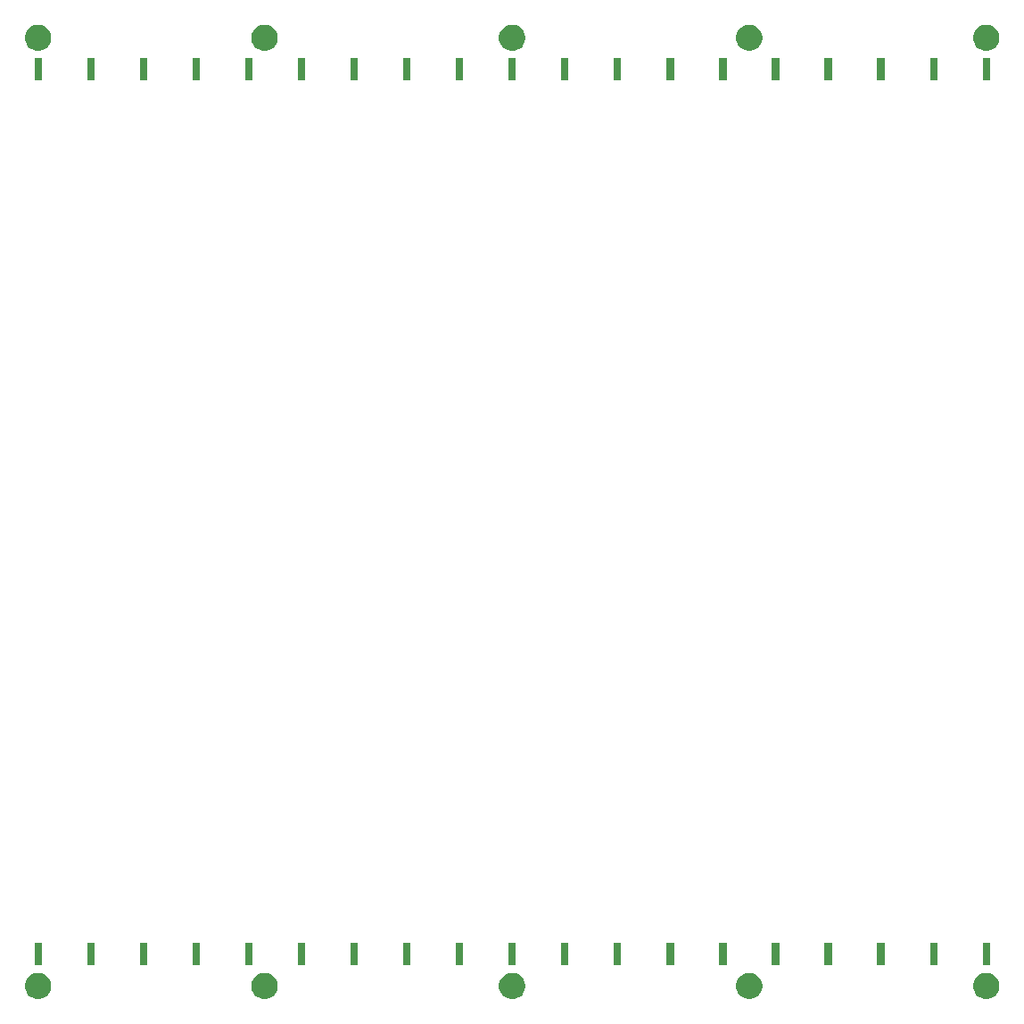
<source format=gbr>
G04 #@! TF.GenerationSoftware,KiCad,Pcbnew,5.1.5-1.fc30*
G04 #@! TF.CreationDate,2021-07-11T15:27:43+02:00*
G04 #@! TF.ProjectId,wire-haloscope,77697265-2d68-4616-9c6f-73636f70652e,rev?*
G04 #@! TF.SameCoordinates,Original*
G04 #@! TF.FileFunction,Soldermask,Top*
G04 #@! TF.FilePolarity,Negative*
%FSLAX46Y46*%
G04 Gerber Fmt 4.6, Leading zero omitted, Abs format (unit mm)*
G04 Created by KiCad (PCBNEW 5.1.5-1.fc30) date 2021-07-11 15:27:43*
%MOMM*%
%LPD*%
G04 APERTURE LIST*
%ADD10C,0.100000*%
G04 APERTURE END LIST*
D10*
G36*
X145364903Y-138797075D02*
G01*
X145592571Y-138891378D01*
X145797466Y-139028285D01*
X145971715Y-139202534D01*
X146108622Y-139407429D01*
X146202925Y-139635097D01*
X146251000Y-139876787D01*
X146251000Y-140123213D01*
X146202925Y-140364903D01*
X146108622Y-140592571D01*
X145971715Y-140797466D01*
X145797466Y-140971715D01*
X145592571Y-141108622D01*
X145592570Y-141108623D01*
X145592569Y-141108623D01*
X145364903Y-141202925D01*
X145123214Y-141251000D01*
X144876786Y-141251000D01*
X144635097Y-141202925D01*
X144407431Y-141108623D01*
X144407430Y-141108623D01*
X144407429Y-141108622D01*
X144202534Y-140971715D01*
X144028285Y-140797466D01*
X143891378Y-140592571D01*
X143797075Y-140364903D01*
X143749000Y-140123213D01*
X143749000Y-139876787D01*
X143797075Y-139635097D01*
X143891378Y-139407429D01*
X144028285Y-139202534D01*
X144202534Y-139028285D01*
X144407429Y-138891378D01*
X144635097Y-138797075D01*
X144876786Y-138749000D01*
X145123214Y-138749000D01*
X145364903Y-138797075D01*
G37*
G36*
X100364903Y-138797075D02*
G01*
X100592571Y-138891378D01*
X100797466Y-139028285D01*
X100971715Y-139202534D01*
X101108622Y-139407429D01*
X101202925Y-139635097D01*
X101251000Y-139876787D01*
X101251000Y-140123213D01*
X101202925Y-140364903D01*
X101108622Y-140592571D01*
X100971715Y-140797466D01*
X100797466Y-140971715D01*
X100592571Y-141108622D01*
X100592570Y-141108623D01*
X100592569Y-141108623D01*
X100364903Y-141202925D01*
X100123214Y-141251000D01*
X99876786Y-141251000D01*
X99635097Y-141202925D01*
X99407431Y-141108623D01*
X99407430Y-141108623D01*
X99407429Y-141108622D01*
X99202534Y-140971715D01*
X99028285Y-140797466D01*
X98891378Y-140592571D01*
X98797075Y-140364903D01*
X98749000Y-140123213D01*
X98749000Y-139876787D01*
X98797075Y-139635097D01*
X98891378Y-139407429D01*
X99028285Y-139202534D01*
X99202534Y-139028285D01*
X99407429Y-138891378D01*
X99635097Y-138797075D01*
X99876786Y-138749000D01*
X100123214Y-138749000D01*
X100364903Y-138797075D01*
G37*
G36*
X76864903Y-138797075D02*
G01*
X77092571Y-138891378D01*
X77297466Y-139028285D01*
X77471715Y-139202534D01*
X77608622Y-139407429D01*
X77702925Y-139635097D01*
X77751000Y-139876787D01*
X77751000Y-140123213D01*
X77702925Y-140364903D01*
X77608622Y-140592571D01*
X77471715Y-140797466D01*
X77297466Y-140971715D01*
X77092571Y-141108622D01*
X77092570Y-141108623D01*
X77092569Y-141108623D01*
X76864903Y-141202925D01*
X76623214Y-141251000D01*
X76376786Y-141251000D01*
X76135097Y-141202925D01*
X75907431Y-141108623D01*
X75907430Y-141108623D01*
X75907429Y-141108622D01*
X75702534Y-140971715D01*
X75528285Y-140797466D01*
X75391378Y-140592571D01*
X75297075Y-140364903D01*
X75249000Y-140123213D01*
X75249000Y-139876787D01*
X75297075Y-139635097D01*
X75391378Y-139407429D01*
X75528285Y-139202534D01*
X75702534Y-139028285D01*
X75907429Y-138891378D01*
X76135097Y-138797075D01*
X76376786Y-138749000D01*
X76623214Y-138749000D01*
X76864903Y-138797075D01*
G37*
G36*
X55364903Y-138797075D02*
G01*
X55592571Y-138891378D01*
X55797466Y-139028285D01*
X55971715Y-139202534D01*
X56108622Y-139407429D01*
X56202925Y-139635097D01*
X56251000Y-139876787D01*
X56251000Y-140123213D01*
X56202925Y-140364903D01*
X56108622Y-140592571D01*
X55971715Y-140797466D01*
X55797466Y-140971715D01*
X55592571Y-141108622D01*
X55592570Y-141108623D01*
X55592569Y-141108623D01*
X55364903Y-141202925D01*
X55123214Y-141251000D01*
X54876786Y-141251000D01*
X54635097Y-141202925D01*
X54407431Y-141108623D01*
X54407430Y-141108623D01*
X54407429Y-141108622D01*
X54202534Y-140971715D01*
X54028285Y-140797466D01*
X53891378Y-140592571D01*
X53797075Y-140364903D01*
X53749000Y-140123213D01*
X53749000Y-139876787D01*
X53797075Y-139635097D01*
X53891378Y-139407429D01*
X54028285Y-139202534D01*
X54202534Y-139028285D01*
X54407429Y-138891378D01*
X54635097Y-138797075D01*
X54876786Y-138749000D01*
X55123214Y-138749000D01*
X55364903Y-138797075D01*
G37*
G36*
X122864903Y-138797075D02*
G01*
X123092571Y-138891378D01*
X123297466Y-139028285D01*
X123471715Y-139202534D01*
X123608622Y-139407429D01*
X123702925Y-139635097D01*
X123751000Y-139876787D01*
X123751000Y-140123213D01*
X123702925Y-140364903D01*
X123608622Y-140592571D01*
X123471715Y-140797466D01*
X123297466Y-140971715D01*
X123092571Y-141108622D01*
X123092570Y-141108623D01*
X123092569Y-141108623D01*
X122864903Y-141202925D01*
X122623214Y-141251000D01*
X122376786Y-141251000D01*
X122135097Y-141202925D01*
X121907431Y-141108623D01*
X121907430Y-141108623D01*
X121907429Y-141108622D01*
X121702534Y-140971715D01*
X121528285Y-140797466D01*
X121391378Y-140592571D01*
X121297075Y-140364903D01*
X121249000Y-140123213D01*
X121249000Y-139876787D01*
X121297075Y-139635097D01*
X121391378Y-139407429D01*
X121528285Y-139202534D01*
X121702534Y-139028285D01*
X121907429Y-138891378D01*
X122135097Y-138797075D01*
X122376786Y-138749000D01*
X122623214Y-138749000D01*
X122864903Y-138797075D01*
G37*
G36*
X85351000Y-138051000D02*
G01*
X84649000Y-138051000D01*
X84649000Y-135949000D01*
X85351000Y-135949000D01*
X85351000Y-138051000D01*
G37*
G36*
X55351000Y-138051000D02*
G01*
X54649000Y-138051000D01*
X54649000Y-135949000D01*
X55351000Y-135949000D01*
X55351000Y-138051000D01*
G37*
G36*
X60351000Y-138051000D02*
G01*
X59649000Y-138051000D01*
X59649000Y-135949000D01*
X60351000Y-135949000D01*
X60351000Y-138051000D01*
G37*
G36*
X65351000Y-138051000D02*
G01*
X64649000Y-138051000D01*
X64649000Y-135949000D01*
X65351000Y-135949000D01*
X65351000Y-138051000D01*
G37*
G36*
X70351000Y-138051000D02*
G01*
X69649000Y-138051000D01*
X69649000Y-135949000D01*
X70351000Y-135949000D01*
X70351000Y-138051000D01*
G37*
G36*
X75351000Y-138051000D02*
G01*
X74649000Y-138051000D01*
X74649000Y-135949000D01*
X75351000Y-135949000D01*
X75351000Y-138051000D01*
G37*
G36*
X80351000Y-138051000D02*
G01*
X79649000Y-138051000D01*
X79649000Y-135949000D01*
X80351000Y-135949000D01*
X80351000Y-138051000D01*
G37*
G36*
X90351000Y-138051000D02*
G01*
X89649000Y-138051000D01*
X89649000Y-135949000D01*
X90351000Y-135949000D01*
X90351000Y-138051000D01*
G37*
G36*
X95351000Y-138051000D02*
G01*
X94649000Y-138051000D01*
X94649000Y-135949000D01*
X95351000Y-135949000D01*
X95351000Y-138051000D01*
G37*
G36*
X105351000Y-138051000D02*
G01*
X104649000Y-138051000D01*
X104649000Y-135949000D01*
X105351000Y-135949000D01*
X105351000Y-138051000D01*
G37*
G36*
X145351000Y-138051000D02*
G01*
X144649000Y-138051000D01*
X144649000Y-135949000D01*
X145351000Y-135949000D01*
X145351000Y-138051000D01*
G37*
G36*
X130351000Y-138051000D02*
G01*
X129649000Y-138051000D01*
X129649000Y-135949000D01*
X130351000Y-135949000D01*
X130351000Y-138051000D01*
G37*
G36*
X140351000Y-138051000D02*
G01*
X139649000Y-138051000D01*
X139649000Y-135949000D01*
X140351000Y-135949000D01*
X140351000Y-138051000D01*
G37*
G36*
X135351000Y-138051000D02*
G01*
X134649000Y-138051000D01*
X134649000Y-135949000D01*
X135351000Y-135949000D01*
X135351000Y-138051000D01*
G37*
G36*
X125351000Y-138051000D02*
G01*
X124649000Y-138051000D01*
X124649000Y-135949000D01*
X125351000Y-135949000D01*
X125351000Y-138051000D01*
G37*
G36*
X120351000Y-138051000D02*
G01*
X119649000Y-138051000D01*
X119649000Y-135949000D01*
X120351000Y-135949000D01*
X120351000Y-138051000D01*
G37*
G36*
X115351000Y-138051000D02*
G01*
X114649000Y-138051000D01*
X114649000Y-135949000D01*
X115351000Y-135949000D01*
X115351000Y-138051000D01*
G37*
G36*
X110351000Y-138051000D02*
G01*
X109649000Y-138051000D01*
X109649000Y-135949000D01*
X110351000Y-135949000D01*
X110351000Y-138051000D01*
G37*
G36*
X100351000Y-138051000D02*
G01*
X99649000Y-138051000D01*
X99649000Y-135949000D01*
X100351000Y-135949000D01*
X100351000Y-138051000D01*
G37*
G36*
X80351000Y-54051000D02*
G01*
X79649000Y-54051000D01*
X79649000Y-51949000D01*
X80351000Y-51949000D01*
X80351000Y-54051000D01*
G37*
G36*
X145351000Y-54051000D02*
G01*
X144649000Y-54051000D01*
X144649000Y-51949000D01*
X145351000Y-51949000D01*
X145351000Y-54051000D01*
G37*
G36*
X135351000Y-54051000D02*
G01*
X134649000Y-54051000D01*
X134649000Y-51949000D01*
X135351000Y-51949000D01*
X135351000Y-54051000D01*
G37*
G36*
X140351000Y-54051000D02*
G01*
X139649000Y-54051000D01*
X139649000Y-51949000D01*
X140351000Y-51949000D01*
X140351000Y-54051000D01*
G37*
G36*
X55351000Y-54051000D02*
G01*
X54649000Y-54051000D01*
X54649000Y-51949000D01*
X55351000Y-51949000D01*
X55351000Y-54051000D01*
G37*
G36*
X60351000Y-54051000D02*
G01*
X59649000Y-54051000D01*
X59649000Y-51949000D01*
X60351000Y-51949000D01*
X60351000Y-54051000D01*
G37*
G36*
X65351000Y-54051000D02*
G01*
X64649000Y-54051000D01*
X64649000Y-51949000D01*
X65351000Y-51949000D01*
X65351000Y-54051000D01*
G37*
G36*
X70351000Y-54051000D02*
G01*
X69649000Y-54051000D01*
X69649000Y-51949000D01*
X70351000Y-51949000D01*
X70351000Y-54051000D01*
G37*
G36*
X75351000Y-54051000D02*
G01*
X74649000Y-54051000D01*
X74649000Y-51949000D01*
X75351000Y-51949000D01*
X75351000Y-54051000D01*
G37*
G36*
X120351000Y-54051000D02*
G01*
X119649000Y-54051000D01*
X119649000Y-51949000D01*
X120351000Y-51949000D01*
X120351000Y-54051000D01*
G37*
G36*
X85351000Y-54051000D02*
G01*
X84649000Y-54051000D01*
X84649000Y-51949000D01*
X85351000Y-51949000D01*
X85351000Y-54051000D01*
G37*
G36*
X90351000Y-54051000D02*
G01*
X89649000Y-54051000D01*
X89649000Y-51949000D01*
X90351000Y-51949000D01*
X90351000Y-54051000D01*
G37*
G36*
X95351000Y-54051000D02*
G01*
X94649000Y-54051000D01*
X94649000Y-51949000D01*
X95351000Y-51949000D01*
X95351000Y-54051000D01*
G37*
G36*
X100351000Y-54051000D02*
G01*
X99649000Y-54051000D01*
X99649000Y-51949000D01*
X100351000Y-51949000D01*
X100351000Y-54051000D01*
G37*
G36*
X105351000Y-54051000D02*
G01*
X104649000Y-54051000D01*
X104649000Y-51949000D01*
X105351000Y-51949000D01*
X105351000Y-54051000D01*
G37*
G36*
X110351000Y-54051000D02*
G01*
X109649000Y-54051000D01*
X109649000Y-51949000D01*
X110351000Y-51949000D01*
X110351000Y-54051000D01*
G37*
G36*
X115351000Y-54051000D02*
G01*
X114649000Y-54051000D01*
X114649000Y-51949000D01*
X115351000Y-51949000D01*
X115351000Y-54051000D01*
G37*
G36*
X125351000Y-54051000D02*
G01*
X124649000Y-54051000D01*
X124649000Y-51949000D01*
X125351000Y-51949000D01*
X125351000Y-54051000D01*
G37*
G36*
X130351000Y-54051000D02*
G01*
X129649000Y-54051000D01*
X129649000Y-51949000D01*
X130351000Y-51949000D01*
X130351000Y-54051000D01*
G37*
G36*
X55364903Y-48797075D02*
G01*
X55592571Y-48891378D01*
X55797466Y-49028285D01*
X55971715Y-49202534D01*
X56108622Y-49407429D01*
X56202925Y-49635097D01*
X56251000Y-49876787D01*
X56251000Y-50123213D01*
X56202925Y-50364903D01*
X56108622Y-50592571D01*
X55971715Y-50797466D01*
X55797466Y-50971715D01*
X55592571Y-51108622D01*
X55592570Y-51108623D01*
X55592569Y-51108623D01*
X55364903Y-51202925D01*
X55123214Y-51251000D01*
X54876786Y-51251000D01*
X54635097Y-51202925D01*
X54407431Y-51108623D01*
X54407430Y-51108623D01*
X54407429Y-51108622D01*
X54202534Y-50971715D01*
X54028285Y-50797466D01*
X53891378Y-50592571D01*
X53797075Y-50364903D01*
X53749000Y-50123213D01*
X53749000Y-49876787D01*
X53797075Y-49635097D01*
X53891378Y-49407429D01*
X54028285Y-49202534D01*
X54202534Y-49028285D01*
X54407429Y-48891378D01*
X54635097Y-48797075D01*
X54876786Y-48749000D01*
X55123214Y-48749000D01*
X55364903Y-48797075D01*
G37*
G36*
X76864903Y-48797075D02*
G01*
X77092571Y-48891378D01*
X77297466Y-49028285D01*
X77471715Y-49202534D01*
X77608622Y-49407429D01*
X77702925Y-49635097D01*
X77751000Y-49876787D01*
X77751000Y-50123213D01*
X77702925Y-50364903D01*
X77608622Y-50592571D01*
X77471715Y-50797466D01*
X77297466Y-50971715D01*
X77092571Y-51108622D01*
X77092570Y-51108623D01*
X77092569Y-51108623D01*
X76864903Y-51202925D01*
X76623214Y-51251000D01*
X76376786Y-51251000D01*
X76135097Y-51202925D01*
X75907431Y-51108623D01*
X75907430Y-51108623D01*
X75907429Y-51108622D01*
X75702534Y-50971715D01*
X75528285Y-50797466D01*
X75391378Y-50592571D01*
X75297075Y-50364903D01*
X75249000Y-50123213D01*
X75249000Y-49876787D01*
X75297075Y-49635097D01*
X75391378Y-49407429D01*
X75528285Y-49202534D01*
X75702534Y-49028285D01*
X75907429Y-48891378D01*
X76135097Y-48797075D01*
X76376786Y-48749000D01*
X76623214Y-48749000D01*
X76864903Y-48797075D01*
G37*
G36*
X100364903Y-48797075D02*
G01*
X100592571Y-48891378D01*
X100797466Y-49028285D01*
X100971715Y-49202534D01*
X101108622Y-49407429D01*
X101202925Y-49635097D01*
X101251000Y-49876787D01*
X101251000Y-50123213D01*
X101202925Y-50364903D01*
X101108622Y-50592571D01*
X100971715Y-50797466D01*
X100797466Y-50971715D01*
X100592571Y-51108622D01*
X100592570Y-51108623D01*
X100592569Y-51108623D01*
X100364903Y-51202925D01*
X100123214Y-51251000D01*
X99876786Y-51251000D01*
X99635097Y-51202925D01*
X99407431Y-51108623D01*
X99407430Y-51108623D01*
X99407429Y-51108622D01*
X99202534Y-50971715D01*
X99028285Y-50797466D01*
X98891378Y-50592571D01*
X98797075Y-50364903D01*
X98749000Y-50123213D01*
X98749000Y-49876787D01*
X98797075Y-49635097D01*
X98891378Y-49407429D01*
X99028285Y-49202534D01*
X99202534Y-49028285D01*
X99407429Y-48891378D01*
X99635097Y-48797075D01*
X99876786Y-48749000D01*
X100123214Y-48749000D01*
X100364903Y-48797075D01*
G37*
G36*
X122864903Y-48797075D02*
G01*
X123092571Y-48891378D01*
X123297466Y-49028285D01*
X123471715Y-49202534D01*
X123608622Y-49407429D01*
X123702925Y-49635097D01*
X123751000Y-49876787D01*
X123751000Y-50123213D01*
X123702925Y-50364903D01*
X123608622Y-50592571D01*
X123471715Y-50797466D01*
X123297466Y-50971715D01*
X123092571Y-51108622D01*
X123092570Y-51108623D01*
X123092569Y-51108623D01*
X122864903Y-51202925D01*
X122623214Y-51251000D01*
X122376786Y-51251000D01*
X122135097Y-51202925D01*
X121907431Y-51108623D01*
X121907430Y-51108623D01*
X121907429Y-51108622D01*
X121702534Y-50971715D01*
X121528285Y-50797466D01*
X121391378Y-50592571D01*
X121297075Y-50364903D01*
X121249000Y-50123213D01*
X121249000Y-49876787D01*
X121297075Y-49635097D01*
X121391378Y-49407429D01*
X121528285Y-49202534D01*
X121702534Y-49028285D01*
X121907429Y-48891378D01*
X122135097Y-48797075D01*
X122376786Y-48749000D01*
X122623214Y-48749000D01*
X122864903Y-48797075D01*
G37*
G36*
X145364903Y-48797075D02*
G01*
X145592571Y-48891378D01*
X145797466Y-49028285D01*
X145971715Y-49202534D01*
X146108622Y-49407429D01*
X146202925Y-49635097D01*
X146251000Y-49876787D01*
X146251000Y-50123213D01*
X146202925Y-50364903D01*
X146108622Y-50592571D01*
X145971715Y-50797466D01*
X145797466Y-50971715D01*
X145592571Y-51108622D01*
X145592570Y-51108623D01*
X145592569Y-51108623D01*
X145364903Y-51202925D01*
X145123214Y-51251000D01*
X144876786Y-51251000D01*
X144635097Y-51202925D01*
X144407431Y-51108623D01*
X144407430Y-51108623D01*
X144407429Y-51108622D01*
X144202534Y-50971715D01*
X144028285Y-50797466D01*
X143891378Y-50592571D01*
X143797075Y-50364903D01*
X143749000Y-50123213D01*
X143749000Y-49876787D01*
X143797075Y-49635097D01*
X143891378Y-49407429D01*
X144028285Y-49202534D01*
X144202534Y-49028285D01*
X144407429Y-48891378D01*
X144635097Y-48797075D01*
X144876786Y-48749000D01*
X145123214Y-48749000D01*
X145364903Y-48797075D01*
G37*
M02*

</source>
